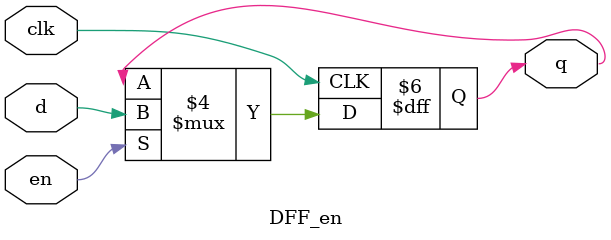
<source format=v>

/***************************************************
  4 bit Register with parallel load
****************************************************/
module Register_4bit(clk, ld, a, y);
	input clk,ld;
	input [3:0] a;
	output [3:0] y;
	
	DFF_en d1(.clk(clk),.en(ld),.d(a[0]),.q(y[0]));
	DFF_en d2(.clk(clk),.en(ld),.d(a[1]),.q(y[1]));
	DFF_en d3(.clk(clk),.en(ld),.d(a[2]),.q(y[2]));
	DFF_en d4(.clk(clk),.en(ld),.d(a[3]),.q(y[3]));
	
endmodule

/*
	D Flip flip with synchronous enable
*/
module DFF_en(clk,en,d,q);
	input clk, en;
	input d;
	output reg q;

	initial begin q=0; end
	always@(posedge clk)
	begin
		if(en)
			q <= d;
		else
			q <= q;		
	end
endmodule
</source>
